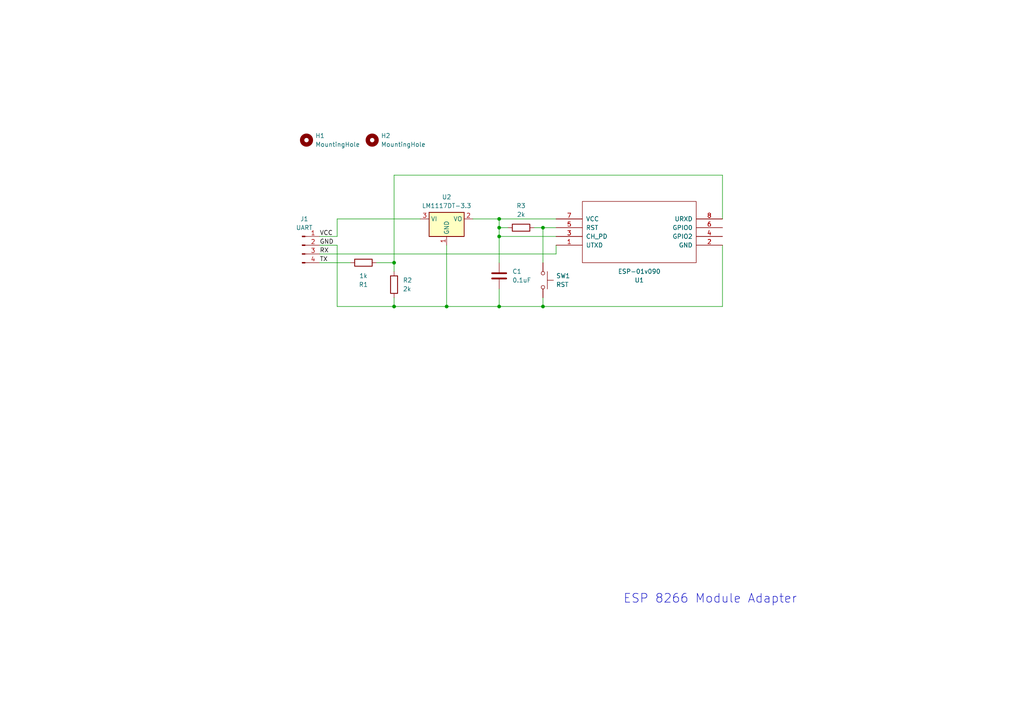
<source format=kicad_sch>
(kicad_sch (version 20231120) (generator "eeschema") (generator_version "8.0")
  (paper "A4")
  (lib_symbols
    (symbol "Connector:Conn_01x04_Pin" (pin_names (offset 1.016) hide)
      (property "Reference" "J" (at 0 5.08 0))
      (property "Value" "Conn_01x04_Pin" (at 0 -7.62 0))
      (symbol "Conn_01x04_Pin_1_1"
        (polyline (pts (xy 1.27 -5.08) (xy 0.8636 -5.08)) (stroke (width 0.1524)))
        (polyline (pts (xy 1.27 -2.54) (xy 0.8636 -2.54)) (stroke (width 0.1524)))
        (polyline (pts (xy 1.27 0) (xy 0.8636 0)) (stroke (width 0.1524)))
        (polyline (pts (xy 1.27 2.54) (xy 0.8636 2.54)) (stroke (width 0.1524)))
        (rectangle (start 0.8636 -4.953) (end 0 -5.207) (stroke (width 0.1524)) (fill (type outline)))
        (rectangle (start 0.8636 -2.413) (end 0 -2.667) (stroke (width 0.1524)) (fill (type outline)))
        (rectangle (start 0.8636 0.127) (end 0 -0.127) (stroke (width 0.1524)) (fill (type outline)))
        (rectangle (start 0.8636 2.667) (end 0 2.413) (stroke (width 0.1524)) (fill (type outline)))
        (pin passive line (at 5.08 2.54 180) (length 3.81) (name "Pin_1") (number "1"))
        (pin passive line (at 5.08 0 180) (length 3.81) (name "Pin_2") (number "2"))
        (pin passive line (at 5.08 -2.54 180) (length 3.81) (name "Pin_3") (number "3"))
        (pin passive line (at 5.08 -5.08 180) (length 3.81) (name "Pin_4") (number "4"))
      )
    )
    (symbol "Device:C" (pin_numbers hide) (pin_names (offset 0.254))
      (property "Reference" "C" (at 0.635 2.54 0))
      (property "Value" "C" (at 0.635 -2.54 0))
      (symbol "C_0_1"
        (polyline (pts (xy -2.032 -0.762) (xy 2.032 -0.762)) (stroke (width 0.508)))
        (polyline (pts (xy -2.032 0.762) (xy 2.032 0.762)) (stroke (width 0.508)))
      )
      (symbol "C_1_1"
        (pin passive line (at 0 3.81 270) (length 2.794) (name "~") (number "1"))
        (pin passive line (at 0 -3.81 90) (length 2.794) (name "~") (number "2"))
      )
    )
    (symbol "Device:R" (pin_numbers hide) (pin_names (offset 0))
      (property "Reference" "R" (at 2.032 0 90))
      (property "Value" "R" (at 0 0 90))
      (symbol "R_0_1"
        (rectangle (start -1.016 -2.54) (end 1.016 2.54) (stroke (width 0.254)))
      )
      (symbol "R_1_1"
        (pin passive line (at 0 3.81 270) (length 1.27) (name "~") (number "1"))
        (pin passive line (at 0 -3.81 90) (length 1.27) (name "~") (number "2"))
      )
    )
    (symbol "ESP8266:ESP-01v090" (pin_names (offset 1.016))
      (property "Reference" "U" (at 0 -2.54 0))
      (property "Value" "ESP-01v090" (at 0 2.54 0))
      (symbol "ESP-01v090_1_0"
        (rectangle (start -16.51 -8.89) (end 16.51 8.89))
      )
      (symbol "ESP-01v090_1_1"
        (pin output line (at -24.13 3.81 0) (length 7.62) (name "UTXD") (number "1"))
        (pin power_in line (at 24.13 3.81 180) (length 7.62) (name "GND") (number "2"))
        (pin input line (at -24.13 1.27 0) (length 7.62) (name "CH_PD") (number "3"))
        (pin tri_state line (at 24.13 1.27 180) (length 7.62) (name "GPIO2") (number "4"))
        (pin input line (at -24.13 -1.27 0) (length 7.62) (name "RST") (number "5"))
        (pin tri_state line (at 24.13 -1.27 180) (length 7.62) (name "GPIO0") (number "6"))
        (pin power_in line (at -24.13 -3.81 0) (length 7.62) (name "VCC") (number "7"))
        (pin input line (at 24.13 -3.81 180) (length 7.62) (name "URXD") (number "8"))
      )
    )
    (symbol "Mechanical:MountingHole" (pin_names (offset 1.016)) (exclude_from_sim yes) (in_bom no)
      (property "Reference" "H" (at 0 5.08 0))
      (property "Value" "MountingHole" (at 0 3.175 0))
      (symbol "MountingHole_0_1"
        (circle (center 0 0) (radius 1.27) (stroke (width 1.27)))
      )
    )
    (symbol "Regulator_Linear:LM1117DT-3.3"
      (property "Reference" "U" (at -3.81 3.175 0))
      (property "Value" "LM1117DT-3.3" (at 0 3.175 0))
      (symbol "LM1117DT-3.3_0_1"
        (rectangle (start -5.08 -5.08) (end 5.08 1.905) (stroke (width 0.254)) (fill (type background)))
      )
      (symbol "LM1117DT-3.3_1_1"
        (pin power_in line (at 0 -7.62 90) (length 2.54) (name "GND") (number "1"))
        (pin power_out line (at 7.62 0 180) (length 2.54) (name "VO") (number "2"))
        (pin power_in line (at -7.62 0 0) (length 2.54) (name "VI") (number "3"))
      )
    )
    (symbol "Switch:SW_Push" (pin_numbers hide) (pin_names (offset 1.016) hide)
      (property "Reference" "SW" (at 1.27 2.54 0))
      (property "Value" "SW_Push" (at 0 -1.524 0))
      (symbol "SW_Push_0_1"
        (circle (center -2.032 0) (radius 0.508))
        (polyline (pts (xy 0 1.27) (xy 0 3.048)))
        (polyline (pts (xy 2.54 1.27) (xy -2.54 1.27)))
        (circle (center 2.032 0) (radius 0.508))
        (pin passive line (at -5.08 0 0) (length 2.54) (name "1") (number "1"))
        (pin passive line (at 5.08 0 180) (length 2.54) (name "2") (number "2"))
      )
    )
  )
  (junction (at 157.48 66.04))
  (junction (at 144.78 66.04))
  (junction (at 144.78 63.5))
  (junction (at 114.3 88.9))
  (junction (at 114.3 76.2))
  (junction (at 129.54 88.9))
  (junction (at 144.78 88.9))
  (junction (at 157.48 88.9))
  (junction (at 144.78 68.58))
  (wire (pts (xy 144.78 63.5) (xy 144.78 66.04)))
  (wire (pts (xy 157.48 88.9) (xy 209.55 88.9)))
  (wire (pts (xy 157.48 66.04) (xy 161.29 66.04)))
  (wire (pts (xy 144.78 66.04) (xy 144.78 68.58)))
  (wire (pts (xy 114.3 78.74) (xy 114.3 76.2)))
  (wire (pts (xy 129.54 71.12) (xy 129.54 88.9)))
  (wire (pts (xy 209.55 71.12) (xy 209.55 88.9)))
  (wire (pts (xy 144.78 83.82) (xy 144.78 88.9)))
  (wire (pts (xy 97.79 88.9) (xy 97.79 71.12)))
  (wire (pts (xy 144.78 63.5) (xy 161.29 63.5)))
  (wire (pts (xy 97.79 63.5) (xy 121.92 63.5)))
  (wire (pts (xy 157.48 86.36) (xy 157.48 88.9)))
  (wire (pts (xy 109.22 76.2) (xy 114.3 76.2)))
  (wire (pts (xy 157.48 66.04) (xy 157.48 76.2)))
  (wire (pts (xy 114.3 76.2) (xy 114.3 50.8)))
  (wire (pts (xy 114.3 88.9) (xy 129.54 88.9)))
  (wire (pts (xy 161.29 71.12) (xy 161.29 73.66)))
  (wire (pts (xy 114.3 86.36) (xy 114.3 88.9)))
  (wire (pts (xy 114.3 50.8) (xy 209.55 50.8)))
  (wire (pts (xy 161.29 73.66) (xy 92.71 73.66)))
  (wire (pts (xy 137.16 63.5) (xy 144.78 63.5)))
  (wire (pts (xy 97.79 68.58) (xy 92.71 68.58)))
  (wire (pts (xy 97.79 71.12) (xy 92.71 71.12)))
  (wire (pts (xy 154.94 66.04) (xy 157.48 66.04)))
  (wire (pts (xy 97.79 63.5) (xy 97.79 68.58)))
  (wire (pts (xy 144.78 66.04) (xy 147.32 66.04)))
  (wire (pts (xy 97.79 88.9) (xy 114.3 88.9)))
  (wire (pts (xy 209.55 50.8) (xy 209.55 63.5)))
  (wire (pts (xy 129.54 88.9) (xy 144.78 88.9)))
  (wire (pts (xy 144.78 68.58) (xy 144.78 76.2)))
  (wire (pts (xy 144.78 68.58) (xy 161.29 68.58)))
  (wire (pts (xy 92.71 76.2) (xy 101.6 76.2)))
  (wire (pts (xy 144.78 88.9) (xy 157.48 88.9)))
  (text "ESP 8266 Module Adapter\n" (at 205.994 173.736 0) (effects (font (size 2.54 2.54))))
  (label "GND" (at 92.71 71.12 0))
  (label "VCC" (at 92.71 68.58 0))
  (label "RX" (at 92.71 73.66 0))
  (label "TX" (at 92.71 76.2 0))
  (symbol (lib_id "Device:C") (at 144.78 80.01 0) (unit 1)
    (property "Reference" "C1" (at 148.59 78.7399 0) (effects (justify left)))
    (property "Value" "0.1uF" (at 148.59 81.2799 0) (effects (justify left)))
    (property "Footprint" "Capacitor_THT:C_Disc_D7.5mm_W5.0mm_P5.00mm" (effects (hide yes)))
    (property "Description" "Unpolarized capacitor" (effects (hide yes)))
  )
  (symbol (lib_id "Mechanical:MountingHole") (at 88.9 40.64 0) (unit 1) (exclude_from_sim yes) (in_bom no)
    (property "Reference" "H1" (at 91.44 39.3699 0) (effects (justify left)))
    (property "Value" "MountingHole" (at 91.44 41.9099 0) (effects (justify left)))
    (property "Footprint" "MountingHole:MountingHole_2.1mm" (effects (hide yes)))
    (property "Description" "Mounting Hole without connection" (effects (hide yes)))
  )
  (symbol (lib_id "Regulator_Linear:LM1117DT-3.3") (at 129.54 63.5 0) (unit 1)
    (property "Reference" "U2" (at 129.54 57.15 0))
    (property "Value" "LM1117DT-3.3" (at 129.54 59.69 0))
    (property "Footprint" "Package_TO_SOT_SMD:TO-252-3_TabPin2" (effects (hide yes)))
    (property "Datasheet" "http://www.ti.com/lit/ds/symlink/lm1117.pdf" (effects (hide yes)))
    (property "Description" "800mA Low-Dropout Linear Regulator, 3.3V fixed output, TO-252" (effects (hide yes)))
  )
  (symbol (lib_id "Mechanical:MountingHole") (at 107.95 40.64 0) (unit 1) (exclude_from_sim yes) (in_bom no)
    (property "Reference" "H2" (at 110.49 39.3699 0) (effects (justify left)))
    (property "Value" "MountingHole" (at 110.49 41.9099 0) (effects (justify left)))
    (property "Footprint" "MountingHole:MountingHole_2.1mm" (effects (hide yes)))
    (property "Description" "Mounting Hole without connection" (effects (hide yes)))
  )
  (symbol (lib_id "Switch:SW_Push") (at 157.48 81.28 270) (unit 1)
    (property "Reference" "SW1" (at 161.29 80.0099 90) (effects (justify left)))
    (property "Value" "RST" (at 161.29 82.5499 90) (effects (justify left)))
    (property "Footprint" "Capacitor_THT:C_Disc_D7.5mm_W5.0mm_P5.00mm" (effects (hide yes)))
    (property "Description" "Push button switch, generic, two pins" (effects (hide yes)))
  )
  (symbol (lib_id "Device:R") (at 151.13 66.04 90) (unit 1)
    (property "Reference" "R3" (at 151.13 59.69 90))
    (property "Value" "2k" (at 151.13 62.23 90))
    (property "Footprint" "Resistor_THT:R_Axial_DIN0204_L3.6mm_D1.6mm_P7.62mm_Horizontal" (effects (hide yes)))
    (property "Description" "Resistor" (effects (hide yes)))
  )
  (symbol (lib_id "Device:R") (at 114.3 82.55 0) (unit 1)
    (property "Reference" "R2" (at 116.84 81.2799 0) (effects (justify left)))
    (property "Value" "2k" (at 116.84 83.8199 0) (effects (justify left)))
    (property "Footprint" "Resistor_THT:R_Axial_DIN0204_L3.6mm_D1.6mm_P7.62mm_Horizontal" (effects (hide yes)))
    (property "Description" "Resistor" (effects (hide yes)))
  )
  (symbol (lib_id "Device:R") (at 105.41 76.2 270) (mirror x) (unit 1)
    (property "Reference" "R1" (at 105.41 82.55 90))
    (property "Value" "1k" (at 105.41 80.01 90))
    (property "Footprint" "Resistor_THT:R_Axial_DIN0204_L3.6mm_D1.6mm_P7.62mm_Horizontal" (effects (hide yes)))
    (property "Description" "Resistor" (effects (hide yes)))
  )
  (symbol (lib_id "Connector:Conn_01x04_Pin") (at 87.63 71.12 0) (unit 1)
    (property "Reference" "J1" (at 88.265 63.5 0))
    (property "Value" "UART" (at 88.265 66.04 0))
    (property "Footprint" "Connector_PinHeader_2.54mm:PinHeader_1x04_P2.54mm_Vertical" (effects (hide yes)))
    (property "Description" "Generic connector, single row, 01x04, script generated" (effects (hide yes)))
  )
  (symbol (lib_id "ESP8266:ESP-01v090") (at 185.42 67.31 0) (mirror x) (unit 1)
    (property "Reference" "U1" (at 185.42 81.28 0))
    (property "Value" "ESP-01v090" (at 185.42 78.74 0))
    (property "Footprint" "esp8266_adapter:ESP-01" (effects (hide yes)))
  )
)
</source>
